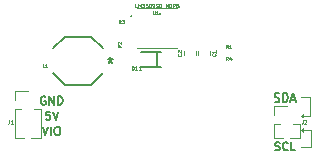
<source format=gbr>
G04 #@! TF.GenerationSoftware,KiCad,Pcbnew,(5.1.4)-1*
G04 #@! TF.CreationDate,2020-07-29T22:37:46-07:00*
G04 #@! TF.ProjectId,Kicad LED Rings_Circular_final_V2,4b696361-6420-44c4-9544-2052696e6773,rev?*
G04 #@! TF.SameCoordinates,Original*
G04 #@! TF.FileFunction,Legend,Top*
G04 #@! TF.FilePolarity,Positive*
%FSLAX46Y46*%
G04 Gerber Fmt 4.6, Leading zero omitted, Abs format (unit mm)*
G04 Created by KiCad (PCBNEW (5.1.4)-1) date 2020-07-29 22:37:46*
%MOMM*%
%LPD*%
G04 APERTURE LIST*
%ADD10C,0.120000*%
%ADD11C,0.100000*%
%ADD12C,0.150000*%
%ADD13C,0.152400*%
%ADD14C,0.050000*%
%ADD15C,0.127000*%
G04 APERTURE END LIST*
D10*
X122148600Y-73019920D02*
X121780300Y-73019920D01*
X122214640Y-77231240D02*
X121803160Y-77231240D01*
D11*
G36*
X122001280Y-75943460D02*
G01*
X121833640Y-75798680D01*
X122001280Y-75651360D01*
X122001280Y-75943460D01*
G37*
X122001280Y-75943460D02*
X121833640Y-75798680D01*
X122001280Y-75651360D01*
X122001280Y-75943460D01*
G36*
X122001280Y-74742040D02*
G01*
X121833640Y-74597260D01*
X122001280Y-74449940D01*
X122001280Y-74742040D01*
G37*
X122001280Y-74742040D02*
X121833640Y-74597260D01*
X122001280Y-74449940D01*
X122001280Y-74742040D01*
D10*
X122608340Y-75796140D02*
X121958100Y-75796140D01*
X122608340Y-77231240D02*
X122608340Y-75796140D01*
X122214640Y-77231240D02*
X122608340Y-77231240D01*
X122600720Y-74597260D02*
X121980960Y-74597260D01*
X122600720Y-73019920D02*
X122600720Y-74597260D01*
X122148600Y-73019920D02*
X122600720Y-73019920D01*
D12*
X119588066Y-77504413D02*
X119688066Y-77537746D01*
X119854733Y-77537746D01*
X119921400Y-77504413D01*
X119954733Y-77471080D01*
X119988066Y-77404413D01*
X119988066Y-77337746D01*
X119954733Y-77271080D01*
X119921400Y-77237746D01*
X119854733Y-77204413D01*
X119721400Y-77171080D01*
X119654733Y-77137746D01*
X119621400Y-77104413D01*
X119588066Y-77037746D01*
X119588066Y-76971080D01*
X119621400Y-76904413D01*
X119654733Y-76871080D01*
X119721400Y-76837746D01*
X119888066Y-76837746D01*
X119988066Y-76871080D01*
X120688066Y-77471080D02*
X120654733Y-77504413D01*
X120554733Y-77537746D01*
X120488066Y-77537746D01*
X120388066Y-77504413D01*
X120321400Y-77437746D01*
X120288066Y-77371080D01*
X120254733Y-77237746D01*
X120254733Y-77137746D01*
X120288066Y-77004413D01*
X120321400Y-76937746D01*
X120388066Y-76871080D01*
X120488066Y-76837746D01*
X120554733Y-76837746D01*
X120654733Y-76871080D01*
X120688066Y-76904413D01*
X121321400Y-77537746D02*
X120988066Y-77537746D01*
X120988066Y-76837746D01*
X119571400Y-73422469D02*
X119671400Y-73460564D01*
X119838066Y-73460564D01*
X119904733Y-73422469D01*
X119938066Y-73384374D01*
X119971400Y-73308183D01*
X119971400Y-73231993D01*
X119938066Y-73155802D01*
X119904733Y-73117707D01*
X119838066Y-73079612D01*
X119704733Y-73041517D01*
X119638066Y-73003421D01*
X119604733Y-72965326D01*
X119571400Y-72889136D01*
X119571400Y-72812945D01*
X119604733Y-72736755D01*
X119638066Y-72698660D01*
X119704733Y-72660564D01*
X119871400Y-72660564D01*
X119971400Y-72698660D01*
X120271400Y-73460564D02*
X120271400Y-72660564D01*
X120438066Y-72660564D01*
X120538066Y-72698660D01*
X120604733Y-72774850D01*
X120638066Y-72851040D01*
X120671400Y-73003421D01*
X120671400Y-73117707D01*
X120638066Y-73270088D01*
X120604733Y-73346279D01*
X120538066Y-73422469D01*
X120438066Y-73460564D01*
X120271400Y-73460564D01*
X120938066Y-73231993D02*
X121271400Y-73231993D01*
X120871400Y-73460564D02*
X121104733Y-72660564D01*
X121338066Y-73460564D01*
X99926553Y-75534726D02*
X100159886Y-76234726D01*
X100393220Y-75534726D01*
X100626553Y-76234726D02*
X100626553Y-75534726D01*
X101093220Y-75534726D02*
X101226553Y-75534726D01*
X101293220Y-75568060D01*
X101359886Y-75634726D01*
X101393220Y-75768060D01*
X101393220Y-76001393D01*
X101359886Y-76134726D01*
X101293220Y-76201393D01*
X101226553Y-76234726D01*
X101093220Y-76234726D01*
X101026553Y-76201393D01*
X100959886Y-76134726D01*
X100926553Y-76001393D01*
X100926553Y-75768060D01*
X100959886Y-75634726D01*
X101026553Y-75568060D01*
X101093220Y-75534726D01*
X100559886Y-74246946D02*
X100226553Y-74246946D01*
X100193220Y-74580280D01*
X100226553Y-74546946D01*
X100293220Y-74513613D01*
X100459886Y-74513613D01*
X100526553Y-74546946D01*
X100559886Y-74580280D01*
X100593220Y-74646946D01*
X100593220Y-74813613D01*
X100559886Y-74880280D01*
X100526553Y-74913613D01*
X100459886Y-74946946D01*
X100293220Y-74946946D01*
X100226553Y-74913613D01*
X100193220Y-74880280D01*
X100793220Y-74246946D02*
X101026553Y-74946946D01*
X101259886Y-74246946D01*
X100159886Y-72992500D02*
X100093220Y-72959166D01*
X99993220Y-72959166D01*
X99893220Y-72992500D01*
X99826553Y-73059166D01*
X99793220Y-73125833D01*
X99759886Y-73259166D01*
X99759886Y-73359166D01*
X99793220Y-73492500D01*
X99826553Y-73559166D01*
X99893220Y-73625833D01*
X99993220Y-73659166D01*
X100059886Y-73659166D01*
X100159886Y-73625833D01*
X100193220Y-73592500D01*
X100193220Y-73359166D01*
X100059886Y-73359166D01*
X100493220Y-73659166D02*
X100493220Y-72959166D01*
X100893220Y-73659166D01*
X100893220Y-72959166D01*
X101226553Y-73659166D02*
X101226553Y-72959166D01*
X101393220Y-72959166D01*
X101493220Y-72992500D01*
X101559886Y-73059166D01*
X101593220Y-73125833D01*
X101626553Y-73259166D01*
X101626553Y-73359166D01*
X101593220Y-73492500D01*
X101559886Y-73559166D01*
X101493220Y-73625833D01*
X101393220Y-73659166D01*
X101226553Y-73659166D01*
D13*
X101806500Y-71963360D02*
X104060500Y-71963360D01*
X100806500Y-71013360D02*
X101806500Y-71963360D01*
X101806500Y-67909360D02*
X100806500Y-68859360D01*
X104060500Y-67909360D02*
X101806500Y-67909360D01*
X105060500Y-68859360D02*
X104060500Y-67909360D01*
X104060500Y-71963360D02*
X105060500Y-71013360D01*
D14*
X107384054Y-66219384D02*
G75*
G03X107420600Y-66076320I36546J66864D01*
G01*
X111302800Y-65476120D02*
X107950000Y-65476120D01*
X107950000Y-68828920D02*
X111302800Y-68828920D01*
D15*
X108283640Y-69232620D02*
X109583640Y-69232620D01*
X109583640Y-69232620D02*
X109983640Y-69232620D01*
X109983640Y-70482620D02*
X109583640Y-70482620D01*
X109583640Y-70482620D02*
X108283640Y-70482620D01*
X109583640Y-69232620D02*
X109583640Y-70482620D01*
D10*
X97549680Y-76518900D02*
X98352150Y-76518900D01*
X98967210Y-76518900D02*
X99769680Y-76518900D01*
X97549680Y-74043900D02*
X97549680Y-76518900D01*
X99769680Y-74043900D02*
X99769680Y-76518900D01*
X97549680Y-74043900D02*
X98096209Y-74043900D01*
X99223151Y-74043900D02*
X99769680Y-74043900D01*
X97549680Y-73283900D02*
X97549680Y-72523900D01*
X97549680Y-72523900D02*
X98659680Y-72523900D01*
X119481580Y-76518420D02*
X120284050Y-76518420D01*
X120899110Y-76518420D02*
X121701580Y-76518420D01*
X119481580Y-75313420D02*
X119481580Y-76518420D01*
X121701580Y-75313420D02*
X121701580Y-76518420D01*
X119481580Y-75313420D02*
X120028109Y-75313420D01*
X121155051Y-75313420D02*
X121701580Y-75313420D01*
X119481580Y-74553420D02*
X119481580Y-73793420D01*
X119481580Y-73793420D02*
X120591580Y-73793420D01*
X111887540Y-69474299D02*
X111887540Y-69148741D01*
X112907540Y-69474299D02*
X112907540Y-69148741D01*
X113106740Y-69474199D02*
X113106740Y-69148641D01*
X114126740Y-69474199D02*
X114126740Y-69148641D01*
D14*
X100071720Y-70501334D02*
X99928862Y-70501334D01*
X99928862Y-70201334D01*
X100328862Y-70501334D02*
X100157434Y-70501334D01*
X100243148Y-70501334D02*
X100243148Y-70201334D01*
X100214577Y-70244191D01*
X100186005Y-70272762D01*
X100157434Y-70287048D01*
D12*
X105671620Y-69673220D02*
X105671620Y-69911316D01*
X105433524Y-69816078D02*
X105671620Y-69911316D01*
X105909715Y-69816078D01*
X105528762Y-70101792D02*
X105671620Y-69911316D01*
X105814477Y-70101792D01*
X105671620Y-69670680D02*
X105671620Y-69908776D01*
X105433524Y-69813538D02*
X105671620Y-69908776D01*
X105909715Y-69813538D01*
X105528762Y-70099252D02*
X105671620Y-69908776D01*
X105814477Y-70099252D01*
D14*
X115624140Y-68878274D02*
X115524140Y-68735417D01*
X115452711Y-68878274D02*
X115452711Y-68578274D01*
X115566997Y-68578274D01*
X115595568Y-68592560D01*
X115609854Y-68606845D01*
X115624140Y-68635417D01*
X115624140Y-68678274D01*
X115609854Y-68706845D01*
X115595568Y-68721131D01*
X115566997Y-68735417D01*
X115452711Y-68735417D01*
X115909854Y-68878274D02*
X115738425Y-68878274D01*
X115824140Y-68878274D02*
X115824140Y-68578274D01*
X115795568Y-68621131D01*
X115766997Y-68649702D01*
X115738425Y-68663988D01*
X106574414Y-68650320D02*
X106431557Y-68750320D01*
X106574414Y-68821748D02*
X106274414Y-68821748D01*
X106274414Y-68707462D01*
X106288700Y-68678891D01*
X106302985Y-68664605D01*
X106331557Y-68650320D01*
X106374414Y-68650320D01*
X106402985Y-68664605D01*
X106417271Y-68678891D01*
X106431557Y-68707462D01*
X106431557Y-68821748D01*
X106302985Y-68536034D02*
X106288700Y-68521748D01*
X106274414Y-68493177D01*
X106274414Y-68421748D01*
X106288700Y-68393177D01*
X106302985Y-68378891D01*
X106331557Y-68364605D01*
X106360128Y-68364605D01*
X106402985Y-68378891D01*
X106574414Y-68550320D01*
X106574414Y-68364605D01*
X106528400Y-66787854D02*
X106428400Y-66644997D01*
X106356971Y-66787854D02*
X106356971Y-66487854D01*
X106471257Y-66487854D01*
X106499828Y-66502140D01*
X106514114Y-66516425D01*
X106528400Y-66544997D01*
X106528400Y-66587854D01*
X106514114Y-66616425D01*
X106499828Y-66630711D01*
X106471257Y-66644997D01*
X106356971Y-66644997D01*
X106628400Y-66487854D02*
X106814114Y-66487854D01*
X106714114Y-66602140D01*
X106756971Y-66602140D01*
X106785542Y-66616425D01*
X106799828Y-66630711D01*
X106814114Y-66659282D01*
X106814114Y-66730711D01*
X106799828Y-66759282D01*
X106785542Y-66773568D01*
X106756971Y-66787854D01*
X106671257Y-66787854D01*
X106642685Y-66773568D01*
X106628400Y-66759282D01*
X109240348Y-65718234D02*
X109240348Y-65961091D01*
X109254634Y-65989662D01*
X109268920Y-66003948D01*
X109297491Y-66018234D01*
X109354634Y-66018234D01*
X109383205Y-66003948D01*
X109397491Y-65989662D01*
X109411777Y-65961091D01*
X109411777Y-65718234D01*
X109711777Y-66018234D02*
X109540348Y-66018234D01*
X109626062Y-66018234D02*
X109626062Y-65718234D01*
X109597491Y-65761091D01*
X109568920Y-65789662D01*
X109540348Y-65803948D01*
X107932111Y-65418794D02*
X107789254Y-65418794D01*
X107789254Y-65118794D01*
X108032111Y-65418794D02*
X108032111Y-65118794D01*
X108132111Y-65333080D01*
X108232111Y-65118794D01*
X108232111Y-65418794D01*
X108346397Y-65118794D02*
X108532111Y-65118794D01*
X108432111Y-65233080D01*
X108474968Y-65233080D01*
X108503540Y-65247365D01*
X108517825Y-65261651D01*
X108532111Y-65290222D01*
X108532111Y-65361651D01*
X108517825Y-65390222D01*
X108503540Y-65404508D01*
X108474968Y-65418794D01*
X108389254Y-65418794D01*
X108360682Y-65404508D01*
X108346397Y-65390222D01*
X108803540Y-65118794D02*
X108660682Y-65118794D01*
X108646397Y-65261651D01*
X108660682Y-65247365D01*
X108689254Y-65233080D01*
X108760682Y-65233080D01*
X108789254Y-65247365D01*
X108803540Y-65261651D01*
X108817825Y-65290222D01*
X108817825Y-65361651D01*
X108803540Y-65390222D01*
X108789254Y-65404508D01*
X108760682Y-65418794D01*
X108689254Y-65418794D01*
X108660682Y-65404508D01*
X108646397Y-65390222D01*
X109003540Y-65118794D02*
X109032111Y-65118794D01*
X109060682Y-65133080D01*
X109074968Y-65147365D01*
X109089254Y-65175937D01*
X109103540Y-65233080D01*
X109103540Y-65304508D01*
X109089254Y-65361651D01*
X109074968Y-65390222D01*
X109060682Y-65404508D01*
X109032111Y-65418794D01*
X109003540Y-65418794D01*
X108974968Y-65404508D01*
X108960682Y-65390222D01*
X108946397Y-65361651D01*
X108932111Y-65304508D01*
X108932111Y-65233080D01*
X108946397Y-65175937D01*
X108960682Y-65147365D01*
X108974968Y-65133080D01*
X109003540Y-65118794D01*
X109246397Y-65418794D02*
X109303540Y-65418794D01*
X109332111Y-65404508D01*
X109346397Y-65390222D01*
X109374968Y-65347365D01*
X109389254Y-65290222D01*
X109389254Y-65175937D01*
X109374968Y-65147365D01*
X109360682Y-65133080D01*
X109332111Y-65118794D01*
X109274968Y-65118794D01*
X109246397Y-65133080D01*
X109232111Y-65147365D01*
X109217825Y-65175937D01*
X109217825Y-65247365D01*
X109232111Y-65275937D01*
X109246397Y-65290222D01*
X109274968Y-65304508D01*
X109332111Y-65304508D01*
X109360682Y-65290222D01*
X109374968Y-65275937D01*
X109389254Y-65247365D01*
X109503540Y-65404508D02*
X109546397Y-65418794D01*
X109617825Y-65418794D01*
X109646397Y-65404508D01*
X109660682Y-65390222D01*
X109674968Y-65361651D01*
X109674968Y-65333080D01*
X109660682Y-65304508D01*
X109646397Y-65290222D01*
X109617825Y-65275937D01*
X109560682Y-65261651D01*
X109532111Y-65247365D01*
X109517825Y-65233080D01*
X109503540Y-65204508D01*
X109503540Y-65175937D01*
X109517825Y-65147365D01*
X109532111Y-65133080D01*
X109560682Y-65118794D01*
X109632111Y-65118794D01*
X109674968Y-65133080D01*
X109803540Y-65418794D02*
X109803540Y-65118794D01*
X109874968Y-65118794D01*
X109917825Y-65133080D01*
X109946397Y-65161651D01*
X109960682Y-65190222D01*
X109974968Y-65247365D01*
X109974968Y-65290222D01*
X109960682Y-65347365D01*
X109946397Y-65375937D01*
X109917825Y-65404508D01*
X109874968Y-65418794D01*
X109803540Y-65418794D01*
X110032111Y-65447365D02*
X110260682Y-65447365D01*
X110332111Y-65418794D02*
X110332111Y-65118794D01*
X110503540Y-65418794D01*
X110503540Y-65118794D01*
X110703540Y-65118794D02*
X110760682Y-65118794D01*
X110789254Y-65133080D01*
X110817825Y-65161651D01*
X110832111Y-65218794D01*
X110832111Y-65318794D01*
X110817825Y-65375937D01*
X110789254Y-65404508D01*
X110760682Y-65418794D01*
X110703540Y-65418794D01*
X110674968Y-65404508D01*
X110646397Y-65375937D01*
X110632111Y-65318794D01*
X110632111Y-65218794D01*
X110646397Y-65161651D01*
X110674968Y-65133080D01*
X110703540Y-65118794D01*
X110960682Y-65418794D02*
X110960682Y-65118794D01*
X111074968Y-65118794D01*
X111103540Y-65133080D01*
X111117825Y-65147365D01*
X111132111Y-65175937D01*
X111132111Y-65218794D01*
X111117825Y-65247365D01*
X111103540Y-65261651D01*
X111074968Y-65275937D01*
X110960682Y-65275937D01*
X111360682Y-65261651D02*
X111403540Y-65275937D01*
X111417825Y-65290222D01*
X111432111Y-65318794D01*
X111432111Y-65361651D01*
X111417825Y-65390222D01*
X111403540Y-65404508D01*
X111374968Y-65418794D01*
X111260682Y-65418794D01*
X111260682Y-65118794D01*
X111360682Y-65118794D01*
X111389254Y-65133080D01*
X111403540Y-65147365D01*
X111417825Y-65175937D01*
X111417825Y-65204508D01*
X111403540Y-65233080D01*
X111389254Y-65247365D01*
X111360682Y-65261651D01*
X111260682Y-65261651D01*
X109837220Y-65875714D02*
X109837220Y-65947142D01*
X109765791Y-65918571D02*
X109837220Y-65947142D01*
X109908648Y-65918571D01*
X109794362Y-66004285D02*
X109837220Y-65947142D01*
X109880077Y-66004285D01*
X107473954Y-70719774D02*
X107473954Y-70419774D01*
X107545382Y-70419774D01*
X107588240Y-70434060D01*
X107616811Y-70462631D01*
X107631097Y-70491202D01*
X107645382Y-70548345D01*
X107645382Y-70591202D01*
X107631097Y-70648345D01*
X107616811Y-70676917D01*
X107588240Y-70705488D01*
X107545382Y-70719774D01*
X107473954Y-70719774D01*
X107931097Y-70719774D02*
X107759668Y-70719774D01*
X107845382Y-70719774D02*
X107845382Y-70419774D01*
X107816811Y-70462631D01*
X107788240Y-70491202D01*
X107759668Y-70505488D01*
X108216811Y-70719774D02*
X108045382Y-70719774D01*
X108131097Y-70719774D02*
X108131097Y-70419774D01*
X108102525Y-70462631D01*
X108073954Y-70491202D01*
X108045382Y-70505488D01*
X115619060Y-69912054D02*
X115519060Y-69769197D01*
X115447631Y-69912054D02*
X115447631Y-69612054D01*
X115561917Y-69612054D01*
X115590488Y-69626340D01*
X115604774Y-69640625D01*
X115619060Y-69669197D01*
X115619060Y-69712054D01*
X115604774Y-69740625D01*
X115590488Y-69754911D01*
X115561917Y-69769197D01*
X115447631Y-69769197D01*
X115876202Y-69712054D02*
X115876202Y-69912054D01*
X115804774Y-69597768D02*
X115733345Y-69812054D01*
X115919060Y-69812054D01*
X97100720Y-74968254D02*
X97100720Y-75182540D01*
X97086434Y-75225397D01*
X97057862Y-75253968D01*
X97015005Y-75268254D01*
X96986434Y-75268254D01*
X97400720Y-75268254D02*
X97229291Y-75268254D01*
X97315005Y-75268254D02*
X97315005Y-74968254D01*
X97286434Y-75011111D01*
X97257862Y-75039682D01*
X97229291Y-75053968D01*
X121962240Y-74968254D02*
X121962240Y-75182540D01*
X121947954Y-75225397D01*
X121919382Y-75253968D01*
X121876525Y-75268254D01*
X121847954Y-75268254D01*
X122090811Y-74996825D02*
X122105097Y-74982540D01*
X122133668Y-74968254D01*
X122205097Y-74968254D01*
X122233668Y-74982540D01*
X122247954Y-74996825D01*
X122262240Y-75025397D01*
X122262240Y-75053968D01*
X122247954Y-75096825D01*
X122076525Y-75268254D01*
X122262240Y-75268254D01*
X111618222Y-69356440D02*
X111632508Y-69370725D01*
X111646794Y-69413582D01*
X111646794Y-69442154D01*
X111632508Y-69485011D01*
X111603937Y-69513582D01*
X111575365Y-69527868D01*
X111518222Y-69542154D01*
X111475365Y-69542154D01*
X111418222Y-69527868D01*
X111389651Y-69513582D01*
X111361080Y-69485011D01*
X111346794Y-69442154D01*
X111346794Y-69413582D01*
X111361080Y-69370725D01*
X111375365Y-69356440D01*
X111375365Y-69242154D02*
X111361080Y-69227868D01*
X111346794Y-69199297D01*
X111346794Y-69127868D01*
X111361080Y-69099297D01*
X111375365Y-69085011D01*
X111403937Y-69070725D01*
X111432508Y-69070725D01*
X111475365Y-69085011D01*
X111646794Y-69256440D01*
X111646794Y-69070725D01*
X114549382Y-69364060D02*
X114563668Y-69378345D01*
X114577954Y-69421202D01*
X114577954Y-69449774D01*
X114563668Y-69492631D01*
X114535097Y-69521202D01*
X114506525Y-69535488D01*
X114449382Y-69549774D01*
X114406525Y-69549774D01*
X114349382Y-69535488D01*
X114320811Y-69521202D01*
X114292240Y-69492631D01*
X114277954Y-69449774D01*
X114277954Y-69421202D01*
X114292240Y-69378345D01*
X114306525Y-69364060D01*
X114577954Y-69078345D02*
X114577954Y-69249774D01*
X114577954Y-69164060D02*
X114277954Y-69164060D01*
X114320811Y-69192631D01*
X114349382Y-69221202D01*
X114363668Y-69249774D01*
M02*

</source>
